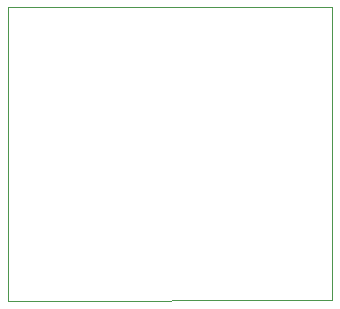
<source format=gbr>
%TF.GenerationSoftware,KiCad,Pcbnew,8.0.1*%
%TF.CreationDate,2024-09-03T09:14:14-03:00*%
%TF.ProjectId,USB-thermometer,5553422d-7468-4657-926d-6f6d65746572,rev?*%
%TF.SameCoordinates,Original*%
%TF.FileFunction,Profile,NP*%
%FSLAX46Y46*%
G04 Gerber Fmt 4.6, Leading zero omitted, Abs format (unit mm)*
G04 Created by KiCad (PCBNEW 8.0.1) date 2024-09-03 09:14:14*
%MOMM*%
%LPD*%
G01*
G04 APERTURE LIST*
%TA.AperFunction,Profile*%
%ADD10C,0.050000*%
%TD*%
G04 APERTURE END LIST*
D10*
X117400000Y-84500000D02*
X117400000Y-68100000D01*
X90000000Y-66900000D02*
X90000000Y-91800000D01*
X90000000Y-66900000D02*
X117400000Y-66900000D01*
X117400000Y-84500000D02*
X117400000Y-91700000D01*
X90000000Y-91800000D02*
X117400000Y-91700000D01*
X117400000Y-66900000D02*
X117400000Y-68100000D01*
M02*

</source>
